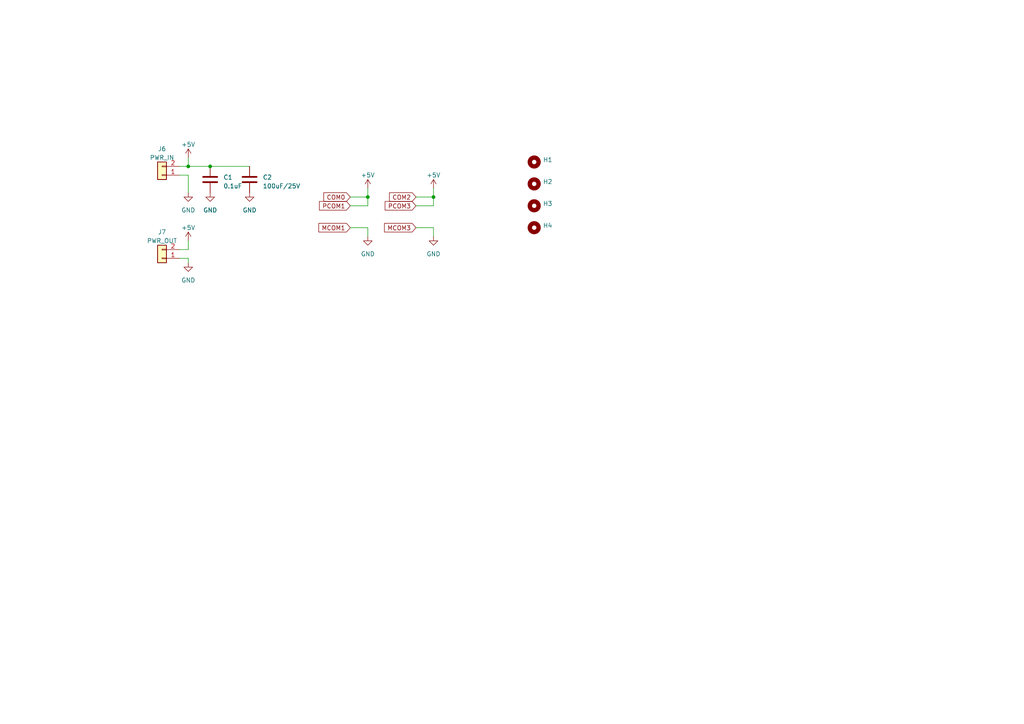
<source format=kicad_sch>
(kicad_sch (version 20230121) (generator eeschema)
  (paper "A4")
  (lib_symbols
    (symbol "Connector_Generic:Conn_01x02" (pin_names (offset 1.016) hide)
      (property "Reference" "J" (at 0 2.54 0))
      (property "Value" "Conn_01x02" (at 0 -5.08 0))
      (symbol "Conn_01x02_1_1"
        (rectangle (start -1.27 -2.413) (end 0 -2.667) (stroke (width 0.1524)))
        (rectangle (start -1.27 0.127) (end 0 -0.127) (stroke (width 0.1524)))
        (rectangle (start -1.27 1.27) (end 1.27 -3.81) (stroke (width 0.254)) (fill (type background)))
        (pin passive line (at -5.08 0 0) (length 3.81) (name "Pin_1") (number "1"))
        (pin passive line (at -5.08 -2.54 0) (length 3.81) (name "Pin_2") (number "2"))
      )
    )
    (symbol "Device:C" (pin_numbers hide) (pin_names (offset 0.254))
      (property "Reference" "C" (at 0.635 2.54 0))
      (property "Value" "C" (at 0.635 -2.54 0))
      (symbol "C_0_1"
        (polyline (pts (xy -2.032 -0.762) (xy 2.032 -0.762)) (stroke (width 0.508)))
        (polyline (pts (xy -2.032 0.762) (xy 2.032 0.762)) (stroke (width 0.508)))
      )
      (symbol "C_1_1"
        (pin passive line (at 0 3.81 270) (length 2.794) (name "~") (number "1"))
        (pin passive line (at 0 -3.81 90) (length 2.794) (name "~") (number "2"))
      )
    )
    (symbol "Mechanical:MountingHole" (pin_names (offset 1.016))
      (property "Reference" "H" (at 0 5.08 0))
      (property "Value" "MountingHole" (at 0 3.175 0))
      (symbol "MountingHole_0_1"
        (circle (center 0 0) (radius 1.27) (stroke (width 1.27)))
      )
    )
    (symbol "power:+5V" (power) (pin_names (offset 0))
      (property "Value" "+5V" (at 0 3.556 0))
      (symbol "+5V_0_1"
        (polyline (pts (xy -0.762 1.27) (xy 0 2.54)))
        (polyline (pts (xy 0 0) (xy 0 2.54)))
        (polyline (pts (xy 0 2.54) (xy 0.762 1.27)))
      )
      (symbol "+5V_1_1"
        (pin power_in line (at 0 0 90) (length 0) hide (name "+5V") (number "1"))
      )
    )
    (symbol "power:GND" (power) (pin_names (offset 0))
      (property "Value" "GND" (at 0 -3.81 0))
      (symbol "GND_0_1"
        (polyline (pts (xy 0 0) (xy 0 -1.27) (xy 1.27 -1.27) (xy 0 -2.54) (xy -1.27 -1.27) (xy 0 -1.27)))
      )
      (symbol "GND_1_1"
        (pin power_in line (at 0 0 270) (length 0) hide (name "GND") (number "1"))
      )
    )
  )
  (junction (at 54.61 48.26))
  (junction (at 60.96 48.26))
  (junction (at 106.68 57.15))
  (junction (at 125.73 57.15))
  (wire (pts (xy 120.65 66.04) (xy 125.73 66.04)))
  (wire (pts (xy 54.61 50.8) (xy 54.61 55.88)))
  (wire (pts (xy 106.68 59.69) (xy 106.68 57.15)))
  (wire (pts (xy 125.73 57.15) (xy 125.73 54.61)))
  (wire (pts (xy 52.07 74.93) (xy 54.61 74.93)))
  (wire (pts (xy 54.61 48.26) (xy 60.96 48.26)))
  (wire (pts (xy 101.6 59.69) (xy 106.68 59.69)))
  (wire (pts (xy 54.61 72.39) (xy 54.61 69.85)))
  (wire (pts (xy 106.68 66.04) (xy 106.68 68.58)))
  (wire (pts (xy 101.6 57.15) (xy 106.68 57.15)))
  (wire (pts (xy 101.6 66.04) (xy 106.68 66.04)))
  (wire (pts (xy 52.07 50.8) (xy 54.61 50.8)))
  (wire (pts (xy 52.07 72.39) (xy 54.61 72.39)))
  (wire (pts (xy 54.61 74.93) (xy 54.61 76.2)))
  (wire (pts (xy 120.65 59.69) (xy 125.73 59.69)))
  (wire (pts (xy 60.96 48.26) (xy 72.39 48.26)))
  (wire (pts (xy 125.73 59.69) (xy 125.73 57.15)))
  (wire (pts (xy 54.61 48.26) (xy 54.61 45.72)))
  (wire (pts (xy 125.73 66.04) (xy 125.73 68.58)))
  (wire (pts (xy 52.07 48.26) (xy 54.61 48.26)))
  (wire (pts (xy 120.65 57.15) (xy 125.73 57.15)))
  (wire (pts (xy 106.68 57.15) (xy 106.68 54.61)))
  (global_label "COM2" (shape input) (at 120.65 57.15 180) (property "Intersheetrefs" "${INTERSHEET_REFS}" (effects hide)))
  (global_label "COM0" (shape input) (at 101.6 57.15 180) (property "Intersheetrefs" "${INTERSHEET_REFS}" (effects hide)))
  (global_label "PCOM3" (shape input) (at 120.65 59.69 180) (property "Intersheetrefs" "${INTERSHEET_REFS}" (effects hide)))
  (global_label "MCOM3" (shape input) (at 120.65 66.04 180) (property "Intersheetrefs" "${INTERSHEET_REFS}" (effects hide)))
  (global_label "MCOM1" (shape input) (at 101.6 66.04 180) (property "Intersheetrefs" "${INTERSHEET_REFS}" (effects hide)))
  (global_label "PCOM1" (shape input) (at 101.6 59.69 180) (property "Intersheetrefs" "${INTERSHEET_REFS}" (effects hide)))
  (symbol (lib_id "Device:C") (at 72.39 52.07 0) (unit 1)
    (property "Reference" "C2" (at 76.2 51.435 0) (effects (justify left)))
    (property "Value" "100uF/25V" (at 76.2 53.975 0) (effects (justify left)))
    (property "Footprint" "Capacitor_THT:CP_Radial_D6.3mm_P2.50mm" (effects hide))
  )
  (symbol (lib_id "Mechanical:MountingHole") (at 154.94 53.34 0) (unit 1)
    (property "Reference" "H2" (at 157.48 52.705 0) (effects (justify left)))
    (property "Value" "MountingHole" (effects hide))
    (property "Footprint" "MountingHole:MountingHole_3.2mm_M3" (effects hide))
  )
  (symbol (lib_id "power:GND") (at 54.61 76.2 0) (unit 1)
    (property "Reference" "#PWR05" (effects hide))
    (property "Value" "GND" (at 54.61 81.28 0))
  )
  (symbol (lib_id "power:GND") (at 60.96 55.88 0) (unit 1)
    (property "Reference" "#PWR07" (effects hide))
    (property "Value" "GND" (at 60.96 60.96 0))
  )
  (symbol (lib_id "Mechanical:MountingHole") (at 154.94 46.99 0) (unit 1)
    (property "Reference" "H1" (at 157.48 46.355 0) (effects (justify left)))
    (property "Value" "MountingHole" (effects hide))
    (property "Footprint" "MountingHole:MountingHole_3.2mm_M3" (effects hide))
  )
  (symbol (lib_id "Connector_Generic:Conn_01x02") (at 46.99 74.93 180) (unit 1)
    (property "Reference" "J7" (at 46.99 67.31 0))
    (property "Value" "PWR_OUT" (at 46.99 69.85 0))
    (property "Footprint" "Connector_JST:JST_EH_B2B-EH-A_1x02_P2.50mm_Vertical" (effects hide))
  )
  (symbol (lib_id "power:+5V") (at 54.61 69.85 0) (unit 1)
    (property "Reference" "#PWR06" (effects hide))
    (property "Value" "+5V" (at 54.61 66.04 0))
  )
  (symbol (lib_id "power:GND") (at 125.73 68.58 0) (unit 1)
    (property "Reference" "#PWR011" (effects hide))
    (property "Value" "GND" (at 125.73 73.66 0))
  )
  (symbol (lib_id "Mechanical:MountingHole") (at 154.94 66.04 0) (unit 1)
    (property "Reference" "H4" (at 157.48 65.405 0) (effects (justify left)))
    (property "Value" "MountingHole" (effects hide))
    (property "Footprint" "MountingHole:MountingHole_3.2mm_M3" (effects hide))
  )
  (symbol (lib_id "power:+5V") (at 125.73 54.61 0) (unit 1)
    (property "Reference" "#PWR010" (effects hide))
    (property "Value" "+5V" (at 125.73 50.8 0))
  )
  (symbol (lib_id "power:GND") (at 72.39 55.88 0) (unit 1)
    (property "Reference" "#PWR08" (effects hide))
    (property "Value" "GND" (at 72.39 60.96 0))
  )
  (symbol (lib_id "power:+5V") (at 106.68 54.61 0) (unit 1)
    (property "Reference" "#PWR09" (effects hide))
    (property "Value" "+5V" (at 106.68 50.8 0))
  )
  (symbol (lib_id "power:+5V") (at 54.61 45.72 0) (unit 1)
    (property "Reference" "#PWR03" (effects hide))
    (property "Value" "+5V" (at 54.61 41.91 0))
  )
  (symbol (lib_id "power:GND") (at 54.61 55.88 0) (unit 1)
    (property "Reference" "#PWR04" (effects hide))
    (property "Value" "GND" (at 54.61 60.96 0))
  )
  (symbol (lib_id "Connector_Generic:Conn_01x02") (at 46.99 50.8 180) (unit 1)
    (property "Reference" "J6" (at 46.99 43.18 0))
    (property "Value" "PWR_IN" (at 46.99 45.72 0))
    (property "Footprint" "Connector_JST:JST_EH_B2B-EH-A_1x02_P2.50mm_Vertical" (effects hide))
  )
  (symbol (lib_id "Device:C") (at 60.96 52.07 0) (unit 1)
    (property "Reference" "C1" (at 64.77 51.435 0) (effects (justify left)))
    (property "Value" "0.1uF" (at 64.77 53.975 0) (effects (justify left)))
    (property "Footprint" "Capacitor_THT:C_Disc_D3.8mm_W2.6mm_P2.50mm" (effects hide))
  )
  (symbol (lib_id "power:GND") (at 106.68 68.58 0) (unit 1)
    (property "Reference" "#PWR014" (effects hide))
    (property "Value" "GND" (at 106.68 73.66 0))
  )
  (symbol (lib_id "Mechanical:MountingHole") (at 154.94 59.69 0) (unit 1)
    (property "Reference" "H3" (at 157.48 59.055 0) (effects (justify left)))
    (property "Value" "MountingHole" (effects hide))
    (property "Footprint" "MountingHole:MountingHole_3.2mm_M3" (effects hide))
  )
  (sheet (at 10.16 214.63) (size 275.59 194.31) (stroke (width 0.1524))
    (property "Sheetname" "DIO1Sheet" (at 10.16 213.9184 0) (effects (justify left bottom)))
    (property "Sheetfile" "DIO1.kicad_sch" (at 10.16 409.5246 0) (effects (justify left top)))
  )
  (sheet (at 8.89 417.83) (size 275.59 191.77) (stroke (width 0.1524))
    (property "Sheetname" "DIO2" (at 8.89 417.1184 0) (effects (justify left bottom)))
    (property "Sheetfile" "DIO2.kicad_sch" (at 8.89 610.1846 0) (effects (justify left top)))
  )
)
</source>
